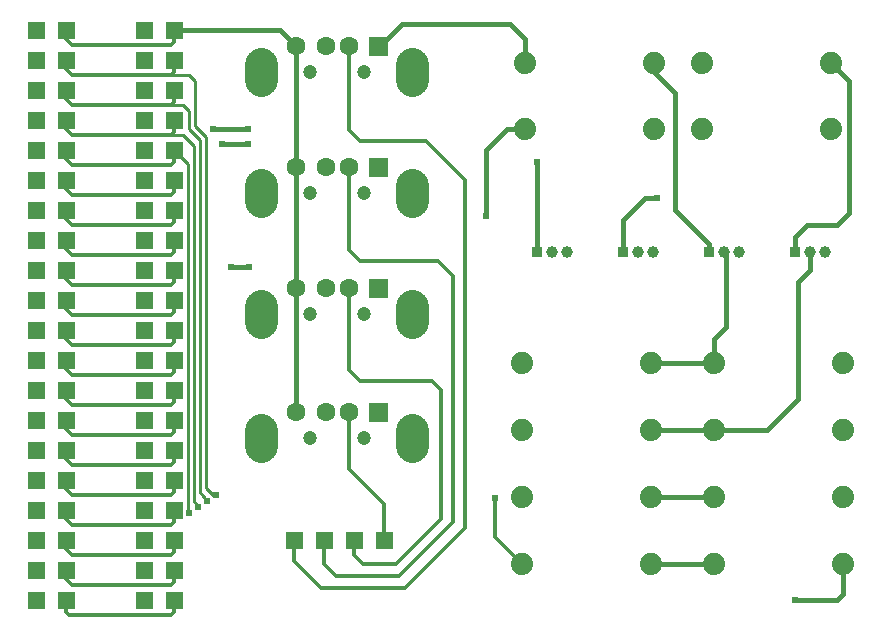
<source format=gtl>
G04 Layer: TopLayer*
G04 EasyEDA v6.1.52, Thu, 01 Aug 2019 06:05:33 GMT*
G04 f60d05b6395e48559c91cf0b566a12eb,598dfe23a16d4e9298856295ca50c1c7,10*
G04 Gerber Generator version 0.2*
G04 Scale: 100 percent, Rotated: No, Reflected: No *
G04 Dimensions in inches *
G04 leading zeros omitted , absolute positions ,2 integer and 4 decimal *
%FSLAX24Y24*%
%MOIN*%
G90*
G70D02*

%ADD10C,0.010000*%
%ADD11C,0.012000*%
%ADD12C,0.016000*%
%ADD13C,0.024400*%
%ADD14C,0.024000*%
%ADD15R,0.032000X0.038000*%
%ADD16C,0.039000*%
%ADD17C,0.074000*%
%ADD19C,0.062990*%
%ADD20C,0.047240*%
%ADD22C,0.110240*%

%LPD*%
G54D11*
G01X2100Y800D02*
G01X2100Y400D01*
G01X2200Y300D01*
G01X5600Y300D01*
G01X5700Y400D01*
G01X5700Y800D01*
G01X2099Y2800D02*
G01X2099Y2500D01*
G01X2300Y2300D01*
G01X5600Y2300D01*
G01X5700Y2400D01*
G01X5699Y2400D01*
G01X5699Y2800D01*
G01X2099Y1800D02*
G01X2099Y1500D01*
G01X2300Y1300D01*
G01X5600Y1300D01*
G01X5700Y1400D01*
G01X5699Y1400D01*
G01X5699Y1800D01*
G01X2099Y3800D02*
G01X2099Y3500D01*
G01X2300Y3300D01*
G01X5600Y3300D01*
G01X5700Y3400D01*
G01X5699Y3400D01*
G01X5699Y3800D01*
G01X2099Y4800D02*
G01X2099Y4500D01*
G01X2300Y4300D01*
G01X5600Y4300D01*
G01X5700Y4400D01*
G01X5699Y4400D01*
G01X5699Y4800D01*
G01X2099Y5800D02*
G01X2099Y5500D01*
G01X2300Y5300D01*
G01X5600Y5300D01*
G01X5700Y5400D01*
G01X5699Y5400D01*
G01X5699Y5800D01*
G01X2099Y6800D02*
G01X2099Y6500D01*
G01X2300Y6300D01*
G01X5600Y6300D01*
G01X5700Y6400D01*
G01X5699Y6400D01*
G01X5699Y6800D01*
G01X2099Y7800D02*
G01X2099Y7500D01*
G01X2300Y7300D01*
G01X5600Y7300D01*
G01X5700Y7400D01*
G01X5699Y7400D01*
G01X5699Y7800D01*
G01X2099Y8800D02*
G01X2099Y8500D01*
G01X2300Y8300D01*
G01X5600Y8300D01*
G01X5700Y8400D01*
G01X5699Y8400D01*
G01X5699Y8800D01*
G01X2099Y9800D02*
G01X2099Y9500D01*
G01X2300Y9300D01*
G01X5600Y9300D01*
G01X5700Y9400D01*
G01X5699Y9400D01*
G01X5699Y9800D01*
G01X2099Y10800D02*
G01X2099Y10500D01*
G01X2300Y10300D01*
G01X5600Y10300D01*
G01X5700Y10400D01*
G01X5699Y10400D01*
G01X5699Y10800D01*
G01X2099Y11800D02*
G01X2099Y11500D01*
G01X2300Y11300D01*
G01X5600Y11300D01*
G01X5700Y11400D01*
G01X5699Y11400D01*
G01X5699Y11800D01*
G01X2099Y12800D02*
G01X2099Y12500D01*
G01X2300Y12300D01*
G01X5600Y12300D01*
G01X5700Y12400D01*
G01X5699Y12400D01*
G01X5699Y12800D01*
G01X2099Y13800D02*
G01X2099Y13500D01*
G01X2300Y13300D01*
G01X5600Y13300D01*
G01X5700Y13400D01*
G01X5699Y13400D01*
G01X5699Y13800D01*
G01X2099Y14800D02*
G01X2099Y14500D01*
G01X2300Y14300D01*
G01X5600Y14300D01*
G01X5700Y14400D01*
G01X5699Y14400D01*
G01X5699Y14800D01*
G01X2099Y15800D02*
G01X2099Y15500D01*
G01X2300Y15300D01*
G01X5600Y15300D01*
G01X5700Y15400D01*
G01X5699Y15400D01*
G01X5699Y15800D01*
G01X2099Y16800D02*
G01X2099Y16500D01*
G01X2300Y16300D01*
G01X5600Y16300D01*
G01X5700Y16400D01*
G01X5699Y16400D01*
G01X5699Y16800D01*
G01X2099Y17800D02*
G01X2099Y17500D01*
G01X2300Y17300D01*
G01X5600Y17300D01*
G01X5700Y17400D01*
G01X5699Y17400D01*
G01X5699Y17800D01*
G01X2099Y18800D02*
G01X2099Y18500D01*
G01X2300Y18300D01*
G01X5600Y18300D01*
G01X5700Y18400D01*
G01X5699Y18400D01*
G01X5699Y18800D01*
G01X2099Y19800D02*
G01X2099Y19500D01*
G01X2300Y19300D01*
G01X5600Y19300D01*
G01X5700Y19400D01*
G01X5699Y19400D01*
G01X5699Y19800D01*
G01X11530Y7067D02*
G01X11530Y5169D01*
G01X12700Y4000D01*
G01X12700Y2800D01*
G01X11530Y11200D02*
G01X11530Y8469D01*
G01X11900Y8100D01*
G01X14300Y8100D01*
G01X14600Y7800D01*
G01X14600Y3500D01*
G01X13100Y2000D01*
G01X12000Y2000D01*
G01X11700Y2300D01*
G01X11700Y2800D01*
G01X11530Y15234D02*
G01X11530Y12469D01*
G01X11900Y12100D01*
G01X14500Y12100D01*
G01X15000Y11600D01*
G01X15000Y3400D01*
G01X13200Y1600D01*
G01X11100Y1600D01*
G01X10700Y2000D01*
G01X10700Y2800D01*
G01X11530Y19267D02*
G01X11530Y16469D01*
G01X11900Y16100D01*
G01X14100Y16100D01*
G01X15400Y14800D01*
G01X15400Y3200D01*
G01X13400Y1200D01*
G01X10600Y1200D01*
G01X9700Y2100D01*
G01X9700Y2800D01*
G54D12*
G01X9758Y19267D02*
G01X9758Y15233D01*
G01X9758Y15233D02*
G01X9758Y11200D01*
G01X9758Y11200D02*
G01X9758Y7067D01*
G01X5699Y19800D02*
G01X9225Y19800D01*
G01X9758Y19267D01*
G01X8200Y11900D02*
G01X7600Y11900D01*
G01X7300Y16000D02*
G01X8150Y16000D01*
G01X7000Y16500D02*
G01X8150Y16500D01*
G01X12514Y19267D02*
G01X12567Y19267D01*
G01X13300Y20000D01*
G01X16900Y20000D01*
G01X17400Y19500D01*
G01X17400Y18700D01*
G01X17400Y16500D02*
G01X16800Y16500D01*
G01X16100Y15800D01*
G01X16100Y13600D01*
G01X28000Y2000D02*
G01X28000Y1000D01*
G01X27800Y800D01*
G01X26400Y800D01*
G01X21600Y2000D02*
G01X23700Y2000D01*
G01X21600Y4233D02*
G01X23700Y4233D01*
G01X21600Y6466D02*
G01X23700Y6466D01*
G01X21600Y8700D02*
G01X23700Y8700D01*
G01X23700Y8700D02*
G01X23700Y9500D01*
G01X24100Y9900D01*
G01X24100Y12333D01*
G01X24033Y12400D01*
G01X23700Y6466D02*
G01X25466Y6466D01*
G01X26500Y7500D01*
G01X26500Y11400D01*
G01X26900Y11800D01*
G01X26900Y12400D01*
G01X26400Y12400D02*
G01X26400Y12900D01*
G01X26800Y13300D01*
G01X27800Y13300D01*
G01X28200Y13700D01*
G01X28200Y18100D01*
G01X27600Y18700D01*
G01X21700Y18700D02*
G01X21700Y18400D01*
G01X22400Y17700D01*
G01X22400Y13800D01*
G01X23000Y13200D01*
G01X23533Y12666D01*
G01X23533Y12400D01*
G01X21800Y14200D02*
G01X21400Y14200D01*
G01X20700Y13500D01*
G01X20666Y13466D01*
G01X20666Y12400D01*
G01X17800Y15400D02*
G01X17800Y12400D01*
G54D11*
G01X17300Y2000D02*
G01X16400Y2900D01*
G01X16400Y4200D01*
G54D10*
G01X6200Y3700D02*
G01X6150Y3950D01*
G01X6150Y15350D01*
G01X5700Y15800D01*
G01X6500Y3900D02*
G01X6350Y4100D01*
G01X6350Y15950D01*
G01X6000Y16300D01*
G01X5600Y16300D01*
G01X6800Y4100D02*
G01X6550Y4411D01*
G01X6550Y16150D01*
G01X6200Y16500D01*
G01X6200Y17100D01*
G01X6000Y17300D01*
G01X5600Y17300D01*
G01X7100Y4300D02*
G01X7000Y4300D01*
G01X6750Y4550D01*
G01X6750Y16250D01*
G01X6400Y16600D01*
G01X6400Y18100D01*
G01X6200Y18300D01*
G01X5600Y18300D01*
G54D15*
G01X17800Y12400D03*
G54D16*
G01X18300Y12400D03*
G01X18800Y12400D03*
G54D15*
G01X20666Y12400D03*
G54D16*
G01X21166Y12400D03*
G01X21666Y12400D03*
G54D15*
G01X26400Y12400D03*
G54D16*
G01X26900Y12400D03*
G01X27400Y12400D03*
G54D15*
G01X23533Y12400D03*
G54D16*
G01X24033Y12400D03*
G01X24533Y12400D03*
G54D17*
G01X17300Y2000D03*
G01X21600Y2000D03*
G01X17300Y4233D03*
G01X21600Y4233D03*
G01X17300Y6466D03*
G01X21600Y6466D03*
G01X17300Y8700D03*
G01X21600Y8700D03*
G01X28000Y2000D03*
G01X23700Y2000D03*
G01X28000Y4233D03*
G01X23700Y4233D03*
G01X28000Y6466D03*
G01X23700Y6466D03*
G01X28000Y8700D03*
G01X23700Y8700D03*
G01X21700Y18700D03*
G01X17400Y18700D03*
G01X27600Y18700D03*
G01X23300Y18700D03*
G01X27600Y16500D03*
G01X23300Y16500D03*
G01X21700Y16500D03*
G01X17400Y16500D03*
G36*
G01X12830Y6751D02*
G01X12200Y6751D01*
G01X12200Y7382D01*
G01X12830Y7382D01*
G01X12830Y6751D01*
G37*
G54D19*
G01X11530Y7067D03*
G01X9758Y7067D03*
G01X10742Y7067D03*
G54D20*
G01X12036Y6202D03*
G01X10236Y6202D03*
G36*
G01X12830Y10885D02*
G01X12200Y10885D01*
G01X12200Y11515D01*
G01X12830Y11515D01*
G01X12830Y10885D01*
G37*
G54D19*
G01X11530Y11200D03*
G01X9758Y11200D03*
G01X10742Y11200D03*
G54D20*
G01X12036Y10336D03*
G01X10236Y10336D03*
G36*
G01X12830Y14918D02*
G01X12200Y14918D01*
G01X12200Y15548D01*
G01X12830Y15548D01*
G01X12830Y14918D01*
G37*
G54D19*
G01X11530Y15233D03*
G01X9758Y15233D03*
G01X10742Y15233D03*
G54D20*
G01X12036Y14369D03*
G01X10236Y14369D03*
G36*
G01X12830Y18952D02*
G01X12200Y18952D01*
G01X12200Y19582D01*
G01X12830Y19582D01*
G01X12830Y18952D01*
G37*
G54D19*
G01X11530Y19267D03*
G01X9758Y19267D03*
G01X10742Y19267D03*
G54D20*
G01X12036Y18402D03*
G01X10236Y18402D03*
G36*
G01X5421Y521D02*
G01X5421Y1078D01*
G01X5977Y1078D01*
G01X5977Y521D01*
G01X5421Y521D01*
G37*
G36*
G01X4421Y521D02*
G01X4421Y1078D01*
G01X4977Y1078D01*
G01X4977Y521D01*
G01X4421Y521D01*
G37*
G36*
G01X5421Y1521D02*
G01X5421Y2078D01*
G01X5977Y2078D01*
G01X5977Y1521D01*
G01X5421Y1521D01*
G37*
G36*
G01X4421Y1521D02*
G01X4421Y2078D01*
G01X4977Y2078D01*
G01X4977Y1521D01*
G01X4421Y1521D01*
G37*
G36*
G01X5421Y2521D02*
G01X5421Y3078D01*
G01X5977Y3078D01*
G01X5977Y2521D01*
G01X5421Y2521D01*
G37*
G36*
G01X4421Y2521D02*
G01X4421Y3078D01*
G01X4977Y3078D01*
G01X4977Y2521D01*
G01X4421Y2521D01*
G37*
G36*
G01X5421Y3521D02*
G01X5421Y4078D01*
G01X5977Y4078D01*
G01X5977Y3521D01*
G01X5421Y3521D01*
G37*
G36*
G01X4421Y3521D02*
G01X4421Y4078D01*
G01X4977Y4078D01*
G01X4977Y3521D01*
G01X4421Y3521D01*
G37*
G36*
G01X5421Y4521D02*
G01X5421Y5078D01*
G01X5977Y5078D01*
G01X5977Y4521D01*
G01X5421Y4521D01*
G37*
G36*
G01X4421Y4521D02*
G01X4421Y5078D01*
G01X4977Y5078D01*
G01X4977Y4521D01*
G01X4421Y4521D01*
G37*
G36*
G01X5421Y5521D02*
G01X5421Y6078D01*
G01X5977Y6078D01*
G01X5977Y5521D01*
G01X5421Y5521D01*
G37*
G36*
G01X4421Y5521D02*
G01X4421Y6078D01*
G01X4977Y6078D01*
G01X4977Y5521D01*
G01X4421Y5521D01*
G37*
G36*
G01X5421Y6521D02*
G01X5421Y7078D01*
G01X5977Y7078D01*
G01X5977Y6521D01*
G01X5421Y6521D01*
G37*
G36*
G01X4421Y6521D02*
G01X4421Y7078D01*
G01X4977Y7078D01*
G01X4977Y6521D01*
G01X4421Y6521D01*
G37*
G36*
G01X5421Y7521D02*
G01X5421Y8078D01*
G01X5977Y8078D01*
G01X5977Y7521D01*
G01X5421Y7521D01*
G37*
G36*
G01X4421Y7521D02*
G01X4421Y8078D01*
G01X4977Y8078D01*
G01X4977Y7521D01*
G01X4421Y7521D01*
G37*
G36*
G01X5421Y8521D02*
G01X5421Y9078D01*
G01X5977Y9078D01*
G01X5977Y8521D01*
G01X5421Y8521D01*
G37*
G36*
G01X4421Y8521D02*
G01X4421Y9078D01*
G01X4977Y9078D01*
G01X4977Y8521D01*
G01X4421Y8521D01*
G37*
G36*
G01X5421Y9521D02*
G01X5421Y10078D01*
G01X5977Y10078D01*
G01X5977Y9521D01*
G01X5421Y9521D01*
G37*
G36*
G01X4421Y9521D02*
G01X4421Y10078D01*
G01X4977Y10078D01*
G01X4977Y9521D01*
G01X4421Y9521D01*
G37*
G36*
G01X5421Y10521D02*
G01X5421Y11078D01*
G01X5977Y11078D01*
G01X5977Y10521D01*
G01X5421Y10521D01*
G37*
G36*
G01X4421Y10521D02*
G01X4421Y11078D01*
G01X4977Y11078D01*
G01X4977Y10521D01*
G01X4421Y10521D01*
G37*
G36*
G01X5421Y11521D02*
G01X5421Y12078D01*
G01X5977Y12078D01*
G01X5977Y11521D01*
G01X5421Y11521D01*
G37*
G36*
G01X4421Y11521D02*
G01X4421Y12078D01*
G01X4977Y12078D01*
G01X4977Y11521D01*
G01X4421Y11521D01*
G37*
G36*
G01X5421Y12521D02*
G01X5421Y13078D01*
G01X5977Y13078D01*
G01X5977Y12521D01*
G01X5421Y12521D01*
G37*
G36*
G01X4421Y12521D02*
G01X4421Y13078D01*
G01X4977Y13078D01*
G01X4977Y12521D01*
G01X4421Y12521D01*
G37*
G36*
G01X5421Y13521D02*
G01X5421Y14078D01*
G01X5977Y14078D01*
G01X5977Y13521D01*
G01X5421Y13521D01*
G37*
G36*
G01X4421Y13521D02*
G01X4421Y14078D01*
G01X4977Y14078D01*
G01X4977Y13521D01*
G01X4421Y13521D01*
G37*
G36*
G01X5421Y14521D02*
G01X5421Y15078D01*
G01X5977Y15078D01*
G01X5977Y14521D01*
G01X5421Y14521D01*
G37*
G36*
G01X4421Y14521D02*
G01X4421Y15078D01*
G01X4977Y15078D01*
G01X4977Y14521D01*
G01X4421Y14521D01*
G37*
G36*
G01X5421Y15521D02*
G01X5421Y16078D01*
G01X5977Y16078D01*
G01X5977Y15521D01*
G01X5421Y15521D01*
G37*
G36*
G01X4421Y15521D02*
G01X4421Y16078D01*
G01X4977Y16078D01*
G01X4977Y15521D01*
G01X4421Y15521D01*
G37*
G36*
G01X5421Y16521D02*
G01X5421Y17078D01*
G01X5977Y17078D01*
G01X5977Y16521D01*
G01X5421Y16521D01*
G37*
G36*
G01X4421Y16521D02*
G01X4421Y17078D01*
G01X4977Y17078D01*
G01X4977Y16521D01*
G01X4421Y16521D01*
G37*
G36*
G01X5421Y17521D02*
G01X5421Y18078D01*
G01X5977Y18078D01*
G01X5977Y17521D01*
G01X5421Y17521D01*
G37*
G36*
G01X4421Y17521D02*
G01X4421Y18078D01*
G01X4977Y18078D01*
G01X4977Y17521D01*
G01X4421Y17521D01*
G37*
G36*
G01X5421Y18521D02*
G01X5421Y19078D01*
G01X5977Y19078D01*
G01X5977Y18521D01*
G01X5421Y18521D01*
G37*
G36*
G01X4421Y18521D02*
G01X4421Y19078D01*
G01X4977Y19078D01*
G01X4977Y18521D01*
G01X4421Y18521D01*
G37*
G36*
G01X5421Y19521D02*
G01X5421Y20078D01*
G01X5977Y20078D01*
G01X5977Y19521D01*
G01X5421Y19521D01*
G37*
G36*
G01X4421Y19521D02*
G01X4421Y20078D01*
G01X4977Y20078D01*
G01X4977Y19521D01*
G01X4421Y19521D01*
G37*
G36*
G01X1821Y521D02*
G01X1821Y1078D01*
G01X2378Y1078D01*
G01X2378Y521D01*
G01X1821Y521D01*
G37*
G36*
G01X821Y521D02*
G01X821Y1078D01*
G01X1378Y1078D01*
G01X1378Y521D01*
G01X821Y521D01*
G37*
G36*
G01X1821Y1521D02*
G01X1821Y2078D01*
G01X2378Y2078D01*
G01X2378Y1521D01*
G01X1821Y1521D01*
G37*
G36*
G01X821Y1521D02*
G01X821Y2078D01*
G01X1378Y2078D01*
G01X1378Y1521D01*
G01X821Y1521D01*
G37*
G36*
G01X1821Y2521D02*
G01X1821Y3078D01*
G01X2378Y3078D01*
G01X2378Y2521D01*
G01X1821Y2521D01*
G37*
G36*
G01X821Y2521D02*
G01X821Y3078D01*
G01X1378Y3078D01*
G01X1378Y2521D01*
G01X821Y2521D01*
G37*
G36*
G01X1821Y3521D02*
G01X1821Y4078D01*
G01X2378Y4078D01*
G01X2378Y3521D01*
G01X1821Y3521D01*
G37*
G36*
G01X821Y3521D02*
G01X821Y4078D01*
G01X1378Y4078D01*
G01X1378Y3521D01*
G01X821Y3521D01*
G37*
G36*
G01X1821Y4521D02*
G01X1821Y5078D01*
G01X2378Y5078D01*
G01X2378Y4521D01*
G01X1821Y4521D01*
G37*
G36*
G01X821Y4521D02*
G01X821Y5078D01*
G01X1378Y5078D01*
G01X1378Y4521D01*
G01X821Y4521D01*
G37*
G36*
G01X1821Y5521D02*
G01X1821Y6078D01*
G01X2378Y6078D01*
G01X2378Y5521D01*
G01X1821Y5521D01*
G37*
G36*
G01X821Y5521D02*
G01X821Y6078D01*
G01X1378Y6078D01*
G01X1378Y5521D01*
G01X821Y5521D01*
G37*
G36*
G01X1821Y6521D02*
G01X1821Y7078D01*
G01X2378Y7078D01*
G01X2378Y6521D01*
G01X1821Y6521D01*
G37*
G36*
G01X821Y6521D02*
G01X821Y7078D01*
G01X1378Y7078D01*
G01X1378Y6521D01*
G01X821Y6521D01*
G37*
G36*
G01X1821Y7521D02*
G01X1821Y8078D01*
G01X2378Y8078D01*
G01X2378Y7521D01*
G01X1821Y7521D01*
G37*
G36*
G01X821Y7521D02*
G01X821Y8078D01*
G01X1378Y8078D01*
G01X1378Y7521D01*
G01X821Y7521D01*
G37*
G36*
G01X1821Y8521D02*
G01X1821Y9078D01*
G01X2378Y9078D01*
G01X2378Y8521D01*
G01X1821Y8521D01*
G37*
G36*
G01X821Y8521D02*
G01X821Y9078D01*
G01X1378Y9078D01*
G01X1378Y8521D01*
G01X821Y8521D01*
G37*
G36*
G01X1821Y9521D02*
G01X1821Y10078D01*
G01X2378Y10078D01*
G01X2378Y9521D01*
G01X1821Y9521D01*
G37*
G36*
G01X821Y9521D02*
G01X821Y10078D01*
G01X1378Y10078D01*
G01X1378Y9521D01*
G01X821Y9521D01*
G37*
G36*
G01X1821Y10521D02*
G01X1821Y11078D01*
G01X2378Y11078D01*
G01X2378Y10521D01*
G01X1821Y10521D01*
G37*
G36*
G01X821Y10521D02*
G01X821Y11078D01*
G01X1378Y11078D01*
G01X1378Y10521D01*
G01X821Y10521D01*
G37*
G36*
G01X1821Y11521D02*
G01X1821Y12078D01*
G01X2378Y12078D01*
G01X2378Y11521D01*
G01X1821Y11521D01*
G37*
G36*
G01X821Y11521D02*
G01X821Y12078D01*
G01X1378Y12078D01*
G01X1378Y11521D01*
G01X821Y11521D01*
G37*
G36*
G01X1821Y12521D02*
G01X1821Y13078D01*
G01X2378Y13078D01*
G01X2378Y12521D01*
G01X1821Y12521D01*
G37*
G36*
G01X821Y12521D02*
G01X821Y13078D01*
G01X1378Y13078D01*
G01X1378Y12521D01*
G01X821Y12521D01*
G37*
G36*
G01X1821Y13521D02*
G01X1821Y14078D01*
G01X2378Y14078D01*
G01X2378Y13521D01*
G01X1821Y13521D01*
G37*
G36*
G01X821Y13521D02*
G01X821Y14078D01*
G01X1378Y14078D01*
G01X1378Y13521D01*
G01X821Y13521D01*
G37*
G36*
G01X1821Y14521D02*
G01X1821Y15078D01*
G01X2378Y15078D01*
G01X2378Y14521D01*
G01X1821Y14521D01*
G37*
G36*
G01X821Y14521D02*
G01X821Y15078D01*
G01X1378Y15078D01*
G01X1378Y14521D01*
G01X821Y14521D01*
G37*
G36*
G01X1821Y15521D02*
G01X1821Y16078D01*
G01X2378Y16078D01*
G01X2378Y15521D01*
G01X1821Y15521D01*
G37*
G36*
G01X821Y15521D02*
G01X821Y16078D01*
G01X1378Y16078D01*
G01X1378Y15521D01*
G01X821Y15521D01*
G37*
G36*
G01X1821Y16521D02*
G01X1821Y17078D01*
G01X2378Y17078D01*
G01X2378Y16521D01*
G01X1821Y16521D01*
G37*
G36*
G01X821Y16521D02*
G01X821Y17078D01*
G01X1378Y17078D01*
G01X1378Y16521D01*
G01X821Y16521D01*
G37*
G36*
G01X1821Y17521D02*
G01X1821Y18078D01*
G01X2378Y18078D01*
G01X2378Y17521D01*
G01X1821Y17521D01*
G37*
G36*
G01X821Y17521D02*
G01X821Y18078D01*
G01X1378Y18078D01*
G01X1378Y17521D01*
G01X821Y17521D01*
G37*
G36*
G01X1821Y18521D02*
G01X1821Y19078D01*
G01X2378Y19078D01*
G01X2378Y18521D01*
G01X1821Y18521D01*
G37*
G36*
G01X821Y18521D02*
G01X821Y19078D01*
G01X1378Y19078D01*
G01X1378Y18521D01*
G01X821Y18521D01*
G37*
G36*
G01X1821Y19521D02*
G01X1821Y20078D01*
G01X2378Y20078D01*
G01X2378Y19521D01*
G01X1821Y19521D01*
G37*
G36*
G01X821Y19521D02*
G01X821Y20078D01*
G01X1378Y20078D01*
G01X1378Y19521D01*
G01X821Y19521D01*
G37*
G36*
G01X9978Y3078D02*
G01X9978Y2521D01*
G01X9422Y2521D01*
G01X9422Y3078D01*
G01X9978Y3078D01*
G37*
G36*
G01X10978Y3078D02*
G01X10978Y2521D01*
G01X10422Y2521D01*
G01X10422Y3078D01*
G01X10978Y3078D01*
G37*
G36*
G01X11978Y3078D02*
G01X11978Y2521D01*
G01X11422Y2521D01*
G01X11422Y3078D01*
G01X11978Y3078D01*
G37*
G36*
G01X12978Y3078D02*
G01X12978Y2521D01*
G01X12422Y2521D01*
G01X12422Y3078D01*
G01X12978Y3078D01*
G37*
G54D13*
G01X7600Y11900D03*
G01X8200Y11900D03*
G01X7300Y16000D03*
G01X8150Y16000D03*
G01X7000Y16500D03*
G01X8150Y16500D03*
G01X16100Y13600D03*
G01X26400Y800D03*
G01X21800Y14200D03*
G01X17800Y15400D03*
G54D14*
G01X6200Y3700D03*
G01X6500Y3900D03*
G01X6800Y4100D03*
G01X16400Y4200D03*
G01X7100Y4300D03*
G54D22*
G01X8600Y5924D02*
G01X8600Y6475D01*
G01X13636Y5927D02*
G01X13636Y6478D01*
G01X8600Y10057D02*
G01X8600Y10608D01*
G01X13636Y10060D02*
G01X13636Y10611D01*
G01X8600Y14091D02*
G01X8600Y14642D01*
G01X13636Y14093D02*
G01X13636Y14645D01*
G01X8600Y18124D02*
G01X8600Y18675D01*
G01X13636Y18127D02*
G01X13636Y18678D01*
M00*
M02*

</source>
